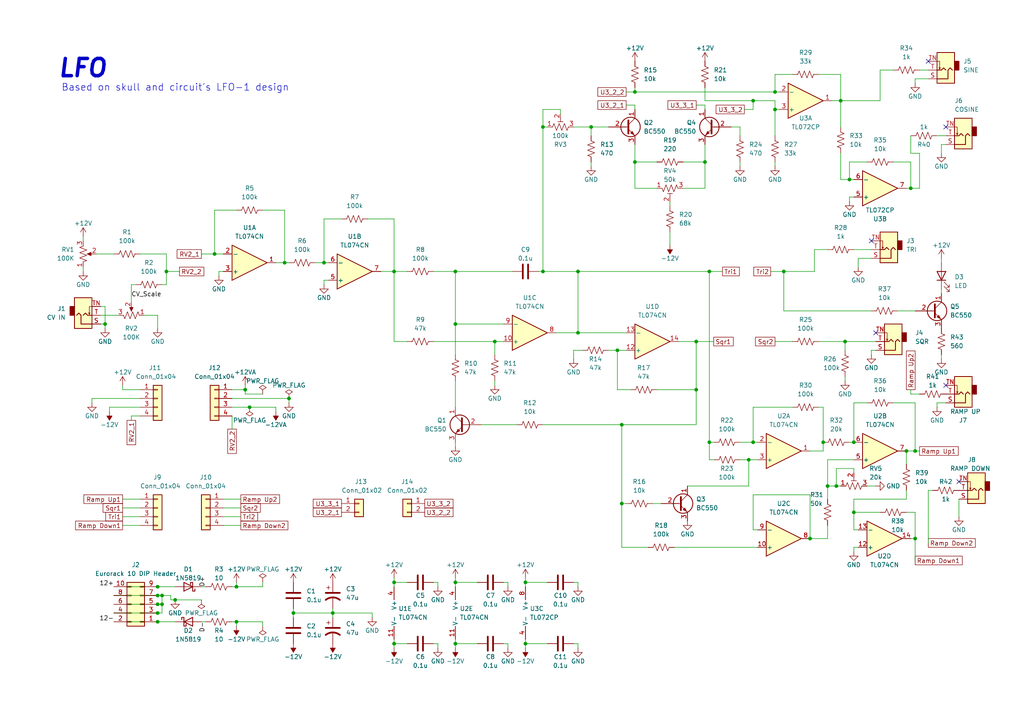
<source format=kicad_sch>
(kicad_sch (version 20211123) (generator eeschema)
  (paper "A4")
  (lib_symbols
    (symbol "Amplifier_Operational:LM324" (pin_names (offset 0.127))
      (property "Reference" "U" (at 0 5.08 0))
      (property "Value" "LM324" (at 0 -5.08 0))
      (symbol "LM324_1_1"
        (pin output line (at 7.62 0 180) (length 2.54) (name "~") (number "1"))
        (pin input line (at -7.62 -2.54 0) (length 2.54) (name "-") (number "2"))
        (pin input line (at -7.62 2.54 0) (length 2.54) (name "+") (number "3"))
      )
      (symbol "LM324_2_1"
        (pin input line (at -7.62 2.54 0) (length 2.54) (name "+") (number "5"))
        (pin input line (at -7.62 -2.54 0) (length 2.54) (name "-") (number "6"))
        (pin output line (at 7.62 0 180) (length 2.54) (name "~") (number "7"))
      )
      (symbol "LM324_3_1"
        (pin input line (at -7.62 2.54 0) (length 2.54) (name "+") (number "10"))
        (pin output line (at 7.62 0 180) (length 2.54) (name "~") (number "8"))
        (pin input line (at -7.62 -2.54 0) (length 2.54) (name "-") (number "9"))
      )
      (symbol "LM324_4_1"
        (pin input line (at -7.62 2.54 0) (length 2.54) (name "+") (number "12"))
        (pin input line (at -7.62 -2.54 0) (length 2.54) (name "-") (number "13"))
        (pin output line (at 7.62 0 180) (length 2.54) (name "~") (number "14"))
      )
      (symbol "LM324_5_1"
        (pin power_in line (at -2.54 -7.62 90) (length 3.81) (name "V-") (number "11"))
        (pin power_in line (at -2.54 7.62 270) (length 3.81) (name "V+") (number "4"))
      )
    )
    (symbol "Amplifier_Operational:LM358" (pin_names (offset 0.127))
      (property "Reference" "U" (at 0 5.08 0))
      (property "Value" "LM358" (at 0 -5.08 0))
      (symbol "LM358_1_1"
        (pin output line (at 7.62 0 180) (length 2.54) (name "~") (number "1"))
        (pin input line (at -7.62 -2.54 0) (length 2.54) (name "-") (number "2"))
        (pin input line (at -7.62 2.54 0) (length 2.54) (name "+") (number "3"))
      )
      (symbol "LM358_2_1"
        (pin input line (at -7.62 2.54 0) (length 2.54) (name "+") (number "5"))
        (pin input line (at -7.62 -2.54 0) (length 2.54) (name "-") (number "6"))
        (pin output line (at 7.62 0 180) (length 2.54) (name "~") (number "7"))
      )
      (symbol "LM358_3_1"
        (pin power_in line (at -2.54 -7.62 90) (length 3.81) (name "V-") (number "4"))
        (pin power_in line (at -2.54 7.62 270) (length 3.81) (name "V+") (number "8"))
      )
    )
    (symbol "Connector:AudioJack2_SwitchT"
      (property "Reference" "J" (at 0 8.89 0))
      (property "Value" "AudioJack2_SwitchT" (at 0 6.35 0))
      (symbol "AudioJack2_SwitchT_1_1"
        (pin passive line (at 5.08 2.54 180) (length 2.54) (name "~") (number "S"))
        (pin passive line (at 5.08 0 180) (length 2.54) (name "~") (number "T"))
        (pin passive line (at 5.08 -2.54 180) (length 2.54) (name "~") (number "TN"))
      )
    )
    (symbol "Connector_Generic:Conn_01x02" (pin_names (offset 1.016) hide)
      (property "Reference" "J" (at 0 2.54 0))
      (property "Value" "Conn_01x02" (at 0 -5.08 0))
      (symbol "Conn_01x02_1_1"
        (pin passive line (at -5.08 0 0) (length 3.81) (name "Pin_1") (number "1"))
        (pin passive line (at -5.08 -2.54 0) (length 3.81) (name "Pin_2") (number "2"))
      )
    )
    (symbol "Connector_Generic:Conn_01x04" (pin_names (offset 1.016) hide)
      (property "Reference" "J" (at 0 5.08 0))
      (property "Value" "Conn_01x04" (at 0 -7.62 0))
      (symbol "Conn_01x04_1_1"
        (pin passive line (at -5.08 2.54 0) (length 3.81) (name "Pin_1") (number "1"))
        (pin passive line (at -5.08 0 0) (length 3.81) (name "Pin_2") (number "2"))
        (pin passive line (at -5.08 -2.54 0) (length 3.81) (name "Pin_3") (number "3"))
        (pin passive line (at -5.08 -5.08 0) (length 3.81) (name "Pin_4") (number "4"))
      )
    )
    (symbol "Connector_Generic:Conn_02x05_Odd_Even" (pin_names (offset 1.016) hide)
      (property "Reference" "J" (at 1.27 7.62 0))
      (property "Value" "Conn_02x05_Odd_Even" (at 1.27 -7.62 0))
      (symbol "Conn_02x05_Odd_Even_1_1"
        (pin passive line (at -5.08 5.08 0) (length 3.81) (name "Pin_1") (number "1"))
        (pin passive line (at 7.62 -5.08 180) (length 3.81) (name "Pin_10") (number "10"))
        (pin passive line (at 7.62 5.08 180) (length 3.81) (name "Pin_2") (number "2"))
        (pin passive line (at -5.08 2.54 0) (length 3.81) (name "Pin_3") (number "3"))
        (pin passive line (at 7.62 2.54 180) (length 3.81) (name "Pin_4") (number "4"))
        (pin passive line (at -5.08 0 0) (length 3.81) (name "Pin_5") (number "5"))
        (pin passive line (at 7.62 0 180) (length 3.81) (name "Pin_6") (number "6"))
        (pin passive line (at -5.08 -2.54 0) (length 3.81) (name "Pin_7") (number "7"))
        (pin passive line (at 7.62 -2.54 180) (length 3.81) (name "Pin_8") (number "8"))
        (pin passive line (at -5.08 -5.08 0) (length 3.81) (name "Pin_9") (number "9"))
      )
    )
    (symbol "Device:C" (pin_numbers hide) (pin_names (offset 0.254))
      (property "Reference" "C" (at 0.635 2.54 0))
      (property "Value" "C" (at 0.635 -2.54 0))
      (symbol "C_1_1"
        (pin passive line (at 0 3.81 270) (length 2.794) (name "~") (number "1"))
        (pin passive line (at 0 -3.81 90) (length 2.794) (name "~") (number "2"))
      )
    )
    (symbol "Device:C_Polarized_US" (pin_numbers hide) (pin_names (offset 0.254) hide)
      (property "Reference" "C" (at 0.635 2.54 0))
      (property "Value" "C_Polarized_US" (at 0.635 -2.54 0))
      (symbol "C_Polarized_US_1_1"
        (pin passive line (at 0 3.81 270) (length 2.794) (name "~") (number "1"))
        (pin passive line (at 0 -3.81 90) (length 3.302) (name "~") (number "2"))
      )
    )
    (symbol "Device:LED" (pin_numbers hide) (pin_names (offset 1.016) hide)
      (property "Reference" "D" (at 0 2.54 0))
      (property "Value" "LED" (at 0 -2.54 0))
      (symbol "LED_1_1"
        (pin passive line (at -3.81 0 0) (length 2.54) (name "K") (number "1"))
        (pin passive line (at 3.81 0 180) (length 2.54) (name "A") (number "2"))
      )
    )
    (symbol "Device:R_Potentiometer_Trim_US" (pin_names (offset 1.016) hide)
      (property "Reference" "RV" (at -4.445 0 90))
      (property "Value" "R_Potentiometer_Trim_US" (at -2.54 0 90))
      (symbol "R_Potentiometer_Trim_US_1_1"
        (pin passive line (at 0 3.81 270) (length 1.27) (name "1") (number "1"))
        (pin passive line (at 3.81 0 180) (length 1.27) (name "2") (number "2"))
        (pin passive line (at 0 -3.81 90) (length 1.27) (name "3") (number "3"))
      )
    )
    (symbol "Device:R_Potentiometer_US" (pin_names (offset 1.016) hide)
      (property "Reference" "RV" (at -4.445 0 90))
      (property "Value" "R_Potentiometer_US" (at -2.54 0 90))
      (symbol "R_Potentiometer_US_1_1"
        (pin passive line (at 0 3.81 270) (length 1.27) (name "1") (number "1"))
        (pin passive line (at 3.81 0 180) (length 1.27) (name "2") (number "2"))
        (pin passive line (at 0 -3.81 90) (length 1.27) (name "3") (number "3"))
      )
    )
    (symbol "Device:R_US" (pin_numbers hide) (pin_names (offset 0))
      (property "Reference" "R" (at 2.54 0 90))
      (property "Value" "R_US" (at -2.54 0 90))
      (symbol "R_US_1_1"
        (pin passive line (at 0 3.81 270) (length 1.27) (name "~") (number "1"))
        (pin passive line (at 0 -3.81 90) (length 1.27) (name "~") (number "2"))
      )
    )
    (symbol "Diode:1N5819" (pin_numbers hide) (pin_names (offset 1.016) hide)
      (property "Reference" "D" (at 0 2.54 0))
      (property "Value" "1N5819" (at 0 -2.54 0))
      (symbol "1N5819_1_1"
        (pin passive line (at -3.81 0 0) (length 2.54) (name "K") (number "1"))
        (pin passive line (at 3.81 0 180) (length 2.54) (name "A") (number "2"))
      )
    )
    (symbol "Transistor_BJT:BC550" (pin_names (offset 0) hide)
      (property "Reference" "Q" (at 5.08 1.905 0))
      (property "Value" "BC550" (at 5.08 0 0))
      (symbol "BC550_1_1"
        (pin passive line (at 2.54 5.08 270) (length 2.54) (name "C") (number "1"))
        (pin input line (at -5.08 0 0) (length 5.08) (name "B") (number "2"))
        (pin passive line (at 2.54 -5.08 90) (length 2.54) (name "E") (number "3"))
      )
    )
    (symbol "power:+12V" (power) (pin_names (offset 0))
      (property "Value" "+12V" (at 0 3.556 0))
      (symbol "+12V_1_1"
        (pin power_in line (at 0 0 90) (length 0) hide (name "+12V") (number "1"))
      )
    )
    (symbol "power:+12VA" (power) (pin_names (offset 0))
      (property "Value" "+12VA" (at 0 3.556 0))
      (symbol "+12VA_1_1"
        (pin power_in line (at 0 0 90) (length 0) hide (name "+12VA") (number "1"))
      )
    )
    (symbol "power:-12V" (power) (pin_names (offset 0))
      (property "Value" "-12V" (at 0 3.81 0))
      (symbol "-12V_0_0"
        (pin power_in line (at 0 0 90) (length 0) hide (name "-12V") (number "1"))
      )
    )
    (symbol "power:-12VA" (power) (pin_names (offset 0))
      (property "Value" "-12VA" (at 0 3.556 0))
      (symbol "-12VA_0_0"
        (pin power_in line (at 0 0 90) (length 0) hide (name "-12VA") (number "1"))
      )
    )
    (symbol "power:GND" (power) (pin_names (offset 0))
      (property "Value" "GND" (at 0 -3.81 0))
      (symbol "GND_1_1"
        (pin power_in line (at 0 0 270) (length 0) hide (name "GND") (number "1"))
      )
    )
    (symbol "power:PWR_FLAG" (power) (pin_numbers hide) (pin_names (offset 0) hide)
      (property "Value" "PWR_FLAG" (at 0 3.81 0))
      (symbol "PWR_FLAG_0_0"
        (pin power_out line (at 0 0 90) (length 0) (name "pwr") (number "1"))
      )
    )
  )
  (junction (at 132.08 186.69))
  (junction (at 114.3 78.74))
  (junction (at 247.65 148.59))
  (junction (at 114.3 186.69))
  (junction (at 180.34 146.05))
  (junction (at 85.09 177.8))
  (junction (at 201.93 113.03))
  (junction (at 204.47 46.99))
  (junction (at 152.4 186.69))
  (junction (at 68.58 180.34))
  (junction (at 240.03 140.97))
  (junction (at 245.11 99.06))
  (junction (at 227.33 78.74))
  (junction (at 179.07 101.6))
  (junction (at 132.08 93.98))
  (junction (at 157.48 36.83))
  (junction (at 132.08 168.91))
  (junction (at 242.57 140.97))
  (junction (at 72.39 118.11))
  (junction (at 152.4 168.91))
  (junction (at 157.48 78.74))
  (junction (at 45.72 170.18))
  (junction (at 171.45 36.83))
  (junction (at 45.72 177.8))
  (junction (at 234.95 156.21))
  (junction (at 45.72 172.72))
  (junction (at 62.23 73.66))
  (junction (at 71.12 113.03))
  (junction (at 184.15 26.67))
  (junction (at 205.74 128.27))
  (junction (at 224.79 31.75))
  (junction (at 48.26 78.74))
  (junction (at 46.99 175.26))
  (junction (at 184.15 46.99))
  (junction (at 96.52 177.8))
  (junction (at 224.79 26.67))
  (junction (at 262.89 130.81))
  (junction (at 217.17 133.35))
  (junction (at 180.34 123.19))
  (junction (at 114.3 168.91))
  (junction (at 83.82 115.57))
  (junction (at 265.43 156.21))
  (junction (at 201.93 99.06))
  (junction (at 132.08 78.74))
  (junction (at 45.72 180.34))
  (junction (at 218.44 128.27))
  (junction (at 265.43 130.81))
  (junction (at 247.65 128.27))
  (junction (at 46.99 172.72))
  (junction (at 50.8 173.99))
  (junction (at 218.44 29.21))
  (junction (at 68.58 170.18))
  (junction (at 30.48 93.98))
  (junction (at 82.55 76.2))
  (junction (at 93.98 76.2))
  (junction (at 264.16 54.61))
  (junction (at 167.64 78.74))
  (junction (at 238.76 128.27))
  (junction (at 243.84 29.21))
  (junction (at 143.51 99.06))
  (junction (at 167.64 96.52))
  (junction (at 246.38 52.07))
  (junction (at 45.72 175.26))
  (junction (at 205.74 78.74))
  (no_connect (at 254 96.52))
  (no_connect (at 252.73 69.85))
  (no_connect (at 269.24 17.78))
  (no_connect (at 278.13 139.7))
  (no_connect (at 274.32 36.83))
  (no_connect (at 274.32 111.76))
  (wire (pts (xy 96.52 176.53) (xy 96.52 177.8)))
  (wire (pts (xy 264.16 113.03) (xy 264.16 114.3)))
  (wire (pts (xy 236.22 72.39) (xy 236.22 78.74)))
  (wire (pts (xy 246.38 128.27) (xy 247.65 128.27)))
  (wire (pts (xy 201.93 99.06) (xy 207.01 99.06)))
  (wire (pts (xy 184.15 41.91) (xy 184.15 46.99)))
  (wire (pts (xy 245.11 99.06) (xy 254 99.06)))
  (wire (pts (xy 224.79 31.75) (xy 226.06 31.75)))
  (wire (pts (xy 247.65 148.59) (xy 247.65 153.67)))
  (wire (pts (xy 45.72 95.25) (xy 45.72 91.44)))
  (wire (pts (xy 99.06 63.5) (xy 93.98 63.5)))
  (wire (pts (xy 67.31 120.65) (xy 67.31 124.46)))
  (wire (pts (xy 49.53 173.99) (xy 50.8 173.99)))
  (wire (pts (xy 125.73 99.06) (xy 143.51 99.06)))
  (wire (pts (xy 184.15 25.4) (xy 184.15 26.67)))
  (wire (pts (xy 143.51 99.06) (xy 146.05 99.06)))
  (wire (pts (xy 264.16 156.21) (xy 265.43 156.21)))
  (wire (pts (xy 247.65 133.35) (xy 240.03 133.35)))
  (wire (pts (xy 132.08 110.49) (xy 132.08 118.11)))
  (wire (pts (xy 132.08 128.27) (xy 132.08 129.54)))
  (wire (pts (xy 106.68 63.5) (xy 114.3 63.5)))
  (wire (pts (xy 67.31 115.57) (xy 83.82 115.57)))
  (wire (pts (xy 243.84 29.21) (xy 255.27 29.21)))
  (wire (pts (xy 251.46 116.84) (xy 247.65 116.84)))
  (wire (pts (xy 46.99 172.72) (xy 49.53 172.72)))
  (wire (pts (xy 262.89 142.24) (xy 262.89 144.78)))
  (wire (pts (xy 127 168.91) (xy 127 170.18)))
  (wire (pts (xy 171.45 46.99) (xy 171.45 48.26)))
  (wire (pts (xy 68.58 60.96) (xy 62.23 60.96)))
  (wire (pts (xy 157.48 78.74) (xy 167.64 78.74)))
  (wire (pts (xy 187.96 158.75) (xy 180.34 158.75)))
  (wire (pts (xy 269.24 22.86) (xy 265.43 22.86)))
  (wire (pts (xy 229.87 118.11) (xy 218.44 118.11)))
  (wire (pts (xy 48.26 78.74) (xy 48.26 73.66)))
  (wire (pts (xy 107.95 177.8) (xy 96.52 177.8)))
  (wire (pts (xy 237.49 21.59) (xy 243.84 21.59)))
  (wire (pts (xy 218.44 29.21) (xy 224.79 29.21)))
  (wire (pts (xy 259.08 116.84) (xy 265.43 116.84)))
  (wire (pts (xy 96.52 177.8) (xy 96.52 179.07)))
  (wire (pts (xy 240.03 140.97) (xy 242.57 140.97)))
  (wire (pts (xy 62.23 73.66) (xy 64.77 73.66)))
  (wire (pts (xy 143.51 99.06) (xy 143.51 102.87)))
  (wire (pts (xy 64.77 149.86) (xy 69.85 149.86)))
  (wire (pts (xy 26.67 115.57) (xy 26.67 116.84)))
  (wire (pts (xy 152.4 168.91) (xy 158.75 168.91)))
  (wire (pts (xy 24.13 68.58) (xy 24.13 69.85)))
  (wire (pts (xy 248.92 158.75) (xy 247.65 158.75)))
  (wire (pts (xy 27.94 73.66) (xy 33.02 73.66)))
  (wire (pts (xy 207.01 133.35) (xy 205.74 133.35)))
  (wire (pts (xy 227.33 78.74) (xy 236.22 78.74)))
  (wire (pts (xy 252.73 101.6) (xy 252.73 102.87)))
  (wire (pts (xy 265.43 116.84) (xy 265.43 130.81)))
  (wire (pts (xy 71.12 113.03) (xy 71.12 111.76)))
  (wire (pts (xy 118.11 99.06) (xy 114.3 99.06)))
  (wire (pts (xy 227.33 78.74) (xy 227.33 90.17)))
  (wire (pts (xy 157.48 31.75) (xy 157.48 36.83)))
  (wire (pts (xy 271.78 39.37) (xy 274.32 39.37)))
  (wire (pts (xy 264.16 46.99) (xy 259.08 46.99)))
  (wire (pts (xy 246.38 46.99) (xy 246.38 52.07)))
  (wire (pts (xy 214.63 133.35) (xy 217.17 133.35)))
  (wire (pts (xy 224.79 29.21) (xy 224.79 31.75)))
  (wire (pts (xy 49.53 172.72) (xy 49.53 173.99)))
  (wire (pts (xy 196.85 99.06) (xy 201.93 99.06)))
  (wire (pts (xy 166.37 168.91) (xy 167.64 168.91)))
  (wire (pts (xy 40.64 73.66) (xy 48.26 73.66)))
  (wire (pts (xy 201.93 99.06) (xy 201.93 113.03)))
  (wire (pts (xy 180.34 158.75) (xy 180.34 146.05)))
  (wire (pts (xy 162.56 31.75) (xy 157.48 31.75)))
  (wire (pts (xy 46.99 177.8) (xy 46.99 175.26)))
  (wire (pts (xy 262.89 54.61) (xy 264.16 54.61)))
  (wire (pts (xy 273.05 74.93) (xy 273.05 76.2)))
  (wire (pts (xy 190.5 113.03) (xy 201.93 113.03)))
  (wire (pts (xy 147.32 168.91) (xy 147.32 170.18)))
  (wire (pts (xy 31.75 118.11) (xy 31.75 119.38)))
  (wire (pts (xy 273.05 41.91) (xy 273.05 44.45)))
  (wire (pts (xy 240.03 140.97) (xy 240.03 144.78)))
  (wire (pts (xy 110.49 78.74) (xy 114.3 78.74)))
  (wire (pts (xy 45.72 170.18) (xy 50.8 170.18)))
  (wire (pts (xy 224.79 31.75) (xy 224.79 39.37)))
  (wire (pts (xy 58.42 180.34) (xy 59.69 180.34)))
  (wire (pts (xy 161.29 96.52) (xy 167.64 96.52)))
  (wire (pts (xy 33.02 175.26) (xy 45.72 175.26)))
  (wire (pts (xy 247.65 116.84) (xy 247.65 128.27)))
  (wire (pts (xy 152.4 167.64) (xy 152.4 168.91)))
  (wire (pts (xy 237.49 118.11) (xy 238.76 118.11)))
  (wire (pts (xy 243.84 21.59) (xy 243.84 29.21)))
  (wire (pts (xy 269.24 157.48) (xy 269.24 142.24)))
  (wire (pts (xy 80.01 118.11) (xy 80.01 119.38)))
  (wire (pts (xy 166.37 36.83) (xy 171.45 36.83)))
  (wire (pts (xy 168.91 101.6) (xy 166.37 101.6)))
  (wire (pts (xy 204.47 25.4) (xy 204.47 29.21)))
  (wire (pts (xy 64.77 144.78) (xy 69.85 144.78)))
  (wire (pts (xy 30.48 88.9) (xy 30.48 93.98)))
  (wire (pts (xy 248.92 153.67) (xy 247.65 153.67)))
  (wire (pts (xy 234.95 156.21) (xy 240.03 156.21)))
  (wire (pts (xy 132.08 78.74) (xy 132.08 93.98)))
  (wire (pts (xy 184.15 26.67) (xy 224.79 26.67)))
  (wire (pts (xy 278.13 144.78) (xy 278.13 149.86)))
  (wire (pts (xy 83.82 115.57) (xy 83.82 116.84)))
  (wire (pts (xy 107.95 179.07) (xy 107.95 177.8)))
  (wire (pts (xy 35.56 152.4) (xy 40.64 152.4)))
  (wire (pts (xy 198.12 46.99) (xy 204.47 46.99)))
  (wire (pts (xy 199.39 140.97) (xy 217.17 140.97)))
  (wire (pts (xy 33.02 170.18) (xy 45.72 170.18)))
  (wire (pts (xy 182.88 113.03) (xy 179.07 113.03)))
  (wire (pts (xy 264.16 54.61) (xy 264.16 46.99)))
  (wire (pts (xy 247.65 137.16) (xy 247.65 135.89)))
  (wire (pts (xy 201.93 113.03) (xy 201.93 123.19)))
  (wire (pts (xy 166.37 101.6) (xy 166.37 104.14)))
  (wire (pts (xy 218.44 128.27) (xy 219.71 128.27)))
  (wire (pts (xy 64.77 147.32) (xy 69.85 147.32)))
  (wire (pts (xy 266.7 20.32) (xy 269.24 20.32)))
  (wire (pts (xy 181.61 146.05) (xy 180.34 146.05)))
  (wire (pts (xy 45.72 175.26) (xy 46.99 175.26)))
  (wire (pts (xy 40.64 115.57) (xy 26.67 115.57)))
  (wire (pts (xy 35.56 113.03) (xy 35.56 111.76)))
  (wire (pts (xy 63.5 80.01) (xy 63.5 78.74)))
  (wire (pts (xy 46.99 175.26) (xy 46.99 172.72)))
  (wire (pts (xy 205.74 133.35) (xy 205.74 128.27)))
  (wire (pts (xy 71.12 114.3) (xy 71.12 113.03)))
  (wire (pts (xy 85.09 177.8) (xy 96.52 177.8)))
  (wire (pts (xy 252.73 90.17) (xy 227.33 90.17)))
  (wire (pts (xy 68.58 180.34) (xy 76.2 180.34)))
  (wire (pts (xy 262.89 144.78) (xy 247.65 144.78)))
  (wire (pts (xy 194.31 58.42) (xy 194.31 59.69)))
  (wire (pts (xy 224.79 46.99) (xy 224.79 48.26)))
  (wire (pts (xy 132.08 168.91) (xy 138.43 168.91)))
  (wire (pts (xy 184.15 46.99) (xy 184.15 54.61)))
  (wire (pts (xy 265.43 148.59) (xy 265.43 156.21)))
  (wire (pts (xy 114.3 167.64) (xy 114.3 168.91)))
  (wire (pts (xy 38.1 121.92) (xy 38.1 120.65)))
  (wire (pts (xy 58.42 170.18) (xy 59.69 170.18)))
  (wire (pts (xy 215.9 31.75) (xy 218.44 31.75)))
  (wire (pts (xy 132.08 167.64) (xy 132.08 168.91)))
  (wire (pts (xy 223.52 78.74) (xy 227.33 78.74)))
  (wire (pts (xy 67.31 170.18) (xy 68.58 170.18)))
  (wire (pts (xy 240.03 72.39) (xy 236.22 72.39)))
  (wire (pts (xy 139.7 123.19) (xy 149.86 123.19)))
  (wire (pts (xy 82.55 76.2) (xy 83.82 76.2)))
  (wire (pts (xy 243.84 52.07) (xy 243.84 44.45)))
  (wire (pts (xy 33.02 180.34) (xy 45.72 180.34)))
  (wire (pts (xy 262.89 130.81) (xy 262.89 134.62)))
  (wire (pts (xy 266.7 44.45) (xy 264.16 44.45)))
  (wire (pts (xy 67.31 118.11) (xy 72.39 118.11)))
  (wire (pts (xy 45.72 172.72) (xy 46.99 172.72)))
  (wire (pts (xy 76.2 180.34) (xy 76.2 181.61)))
  (wire (pts (xy 171.45 36.83) (xy 171.45 39.37)))
  (wire (pts (xy 204.47 29.21) (xy 218.44 29.21)))
  (wire (pts (xy 167.64 78.74) (xy 167.64 96.52)))
  (wire (pts (xy 29.21 91.44) (xy 34.29 91.44)))
  (wire (pts (xy 171.45 36.83) (xy 176.53 36.83)))
  (wire (pts (xy 132.08 186.69) (xy 138.43 186.69)))
  (wire (pts (xy 194.31 67.31) (xy 194.31 71.12)))
  (wire (pts (xy 207.01 128.27) (xy 205.74 128.27)))
  (wire (pts (xy 204.47 46.99) (xy 204.47 41.91)))
  (wire (pts (xy 35.56 144.78) (xy 40.64 144.78)))
  (wire (pts (xy 40.64 113.03) (xy 35.56 113.03)))
  (wire (pts (xy 224.79 26.67) (xy 226.06 26.67)))
  (wire (pts (xy 214.63 46.99) (xy 214.63 48.26)))
  (wire (pts (xy 93.98 76.2) (xy 95.25 76.2)))
  (wire (pts (xy 252.73 74.93) (xy 248.92 74.93)))
  (wire (pts (xy 114.3 185.42) (xy 114.3 186.69)))
  (wire (pts (xy 243.84 52.07) (xy 246.38 52.07)))
  (wire (pts (xy 273.05 83.82) (xy 273.05 85.09)))
  (wire (pts (xy 114.3 186.69) (xy 118.11 186.69)))
  (wire (pts (xy 125.73 78.74) (xy 132.08 78.74)))
  (wire (pts (xy 255.27 20.32) (xy 259.08 20.32)))
  (wire (pts (xy 201.93 123.19) (xy 180.34 123.19)))
  (wire (pts (xy 204.47 54.61) (xy 204.47 46.99)))
  (wire (pts (xy 189.23 146.05) (xy 191.77 146.05)))
  (wire (pts (xy 251.46 46.99) (xy 246.38 46.99)))
  (wire (pts (xy 176.53 101.6) (xy 179.07 101.6)))
  (wire (pts (xy 265.43 130.81) (xy 266.7 130.81)))
  (wire (pts (xy 265.43 156.21) (xy 265.43 162.56)))
  (wire (pts (xy 64.77 152.4) (xy 69.85 152.4)))
  (wire (pts (xy 152.4 168.91) (xy 152.4 170.18)))
  (wire (pts (xy 45.72 91.44) (xy 41.91 91.44)))
  (wire (pts (xy 29.21 93.98) (xy 30.48 93.98)))
  (wire (pts (xy 217.17 140.97) (xy 217.17 133.35)))
  (wire (pts (xy 114.3 186.69) (xy 114.3 187.96)))
  (wire (pts (xy 247.65 135.89) (xy 242.57 135.89)))
  (wire (pts (xy 127 186.69) (xy 127 187.96)))
  (wire (pts (xy 91.44 76.2) (xy 93.98 76.2)))
  (wire (pts (xy 264.16 54.61) (xy 266.7 54.61)))
  (wire (pts (xy 265.43 130.81) (xy 262.89 130.81)))
  (wire (pts (xy 132.08 78.74) (xy 148.59 78.74)))
  (wire (pts (xy 245.11 109.22) (xy 245.11 110.49)))
  (wire (pts (xy 166.37 186.69) (xy 167.64 186.69)))
  (wire (pts (xy 269.24 142.24) (xy 270.51 142.24)))
  (wire (pts (xy 72.39 118.11) (xy 80.01 118.11)))
  (wire (pts (xy 114.3 63.5) (xy 114.3 78.74)))
  (wire (pts (xy 63.5 78.74) (xy 64.77 78.74)))
  (wire (pts (xy 62.23 60.96) (xy 62.23 73.66)))
  (wire (pts (xy 33.02 177.8) (xy 45.72 177.8)))
  (wire (pts (xy 29.21 88.9) (xy 30.48 88.9)))
  (wire (pts (xy 247.65 52.07) (xy 246.38 52.07)))
  (wire (pts (xy 240.03 152.4) (xy 240.03 156.21)))
  (wire (pts (xy 212.09 36.83) (xy 214.63 36.83)))
  (wire (pts (xy 38.1 87.63) (xy 38.1 82.55)))
  (wire (pts (xy 245.11 99.06) (xy 245.11 101.6)))
  (wire (pts (xy 247.65 158.75) (xy 247.65 160.02)))
  (wire (pts (xy 243.84 29.21) (xy 243.84 36.83)))
  (wire (pts (xy 224.79 21.59) (xy 224.79 26.67)))
  (wire (pts (xy 35.56 149.86) (xy 40.64 149.86)))
  (wire (pts (xy 205.74 128.27) (xy 205.74 78.74)))
  (wire (pts (xy 242.57 135.89) (xy 242.57 140.97)))
  (wire (pts (xy 218.44 29.21) (xy 218.44 31.75)))
  (wire (pts (xy 274.32 116.84) (xy 271.78 116.84)))
  (wire (pts (xy 247.65 144.78) (xy 247.65 148.59)))
  (wire (pts (xy 180.34 123.19) (xy 157.48 123.19)))
  (wire (pts (xy 156.21 78.74) (xy 157.48 78.74)))
  (wire (pts (xy 38.1 82.55) (xy 39.37 82.55)))
  (wire (pts (xy 24.13 77.47) (xy 24.13 78.74)))
  (wire (pts (xy 68.58 170.18) (xy 76.2 170.18)))
  (wire (pts (xy 48.26 82.55) (xy 48.26 78.74)))
  (wire (pts (xy 132.08 168.91) (xy 132.08 170.18)))
  (wire (pts (xy 80.01 76.2) (xy 82.55 76.2)))
  (wire (pts (xy 179.07 101.6) (xy 181.61 101.6)))
  (wire (pts (xy 143.51 110.49) (xy 143.51 111.76)))
  (wire (pts (xy 218.44 118.11) (xy 218.44 128.27)))
  (wire (pts (xy 247.65 148.59) (xy 255.27 148.59)))
  (wire (pts (xy 229.87 99.06) (xy 224.79 99.06)))
  (wire (pts (xy 167.64 186.69) (xy 167.64 187.96)))
  (wire (pts (xy 238.76 128.27) (xy 238.76 130.81)))
  (wire (pts (xy 30.48 93.98) (xy 30.48 95.25)))
  (wire (pts (xy 264.16 39.37) (xy 264.16 44.45)))
  (wire (pts (xy 114.3 78.74) (xy 114.3 99.06)))
  (wire (pts (xy 162.56 33.02) (xy 162.56 31.75)))
  (wire (pts (xy 146.05 93.98) (xy 132.08 93.98)))
  (wire (pts (xy 251.46 140.97) (xy 254 140.97)))
  (wire (pts (xy 248.92 74.93) (xy 248.92 77.47)))
  (wire (pts (xy 114.3 168.91) (xy 114.3 170.18)))
  (wire (pts (xy 240.03 133.35) (xy 240.03 140.97)))
  (wire (pts (xy 234.95 143.51) (xy 234.95 156.21)))
  (wire (pts (xy 201.93 30.48) (xy 204.47 30.48)))
  (wire (pts (xy 241.3 29.21) (xy 243.84 29.21)))
  (wire (pts (xy 265.43 22.86) (xy 265.43 24.13)))
  (wire (pts (xy 167.64 96.52) (xy 181.61 96.52)))
  (wire (pts (xy 152.4 186.69) (xy 158.75 186.69)))
  (wire (pts (xy 260.35 90.17) (xy 265.43 90.17)))
  (wire (pts (xy 266.7 54.61) (xy 266.7 44.45)))
  (wire (pts (xy 114.3 78.74) (xy 118.11 78.74)))
  (wire (pts (xy 157.48 36.83) (xy 157.48 78.74)))
  (wire (pts (xy 205.74 78.74) (xy 209.55 78.74)))
  (wire (pts (xy 247.65 72.39) (xy 252.73 72.39)))
  (wire (pts (xy 45.72 177.8) (xy 46.99 177.8)))
  (wire (pts (xy 95.25 81.28) (xy 93.98 81.28)))
  (wire (pts (xy 132.08 93.98) (xy 132.08 102.87)))
  (wire (pts (xy 40.64 118.11) (xy 31.75 118.11)))
  (wire (pts (xy 35.56 147.32) (xy 40.64 147.32)))
  (wire (pts (xy 50.8 173.99) (xy 58.42 173.99)))
  (wire (pts (xy 85.09 177.8) (xy 85.09 179.07)))
  (wire (pts (xy 114.3 168.91) (xy 118.11 168.91)))
  (wire (pts (xy 93.98 81.28) (xy 93.98 82.55)))
  (wire (pts (xy 76.2 114.3) (xy 71.12 114.3)))
  (wire (pts (xy 132.08 185.42) (xy 132.08 186.69)))
  (wire (pts (xy 255.27 29.21) (xy 255.27 20.32)))
  (wire (pts (xy 238.76 118.11) (xy 238.76 128.27)))
  (wire (pts (xy 167.64 168.91) (xy 167.64 170.18)))
  (wire (pts (xy 204.47 30.48) (xy 204.47 31.75)))
  (wire (pts (xy 76.2 60.96) (xy 82.55 60.96)))
  (wire (pts (xy 184.15 54.61) (xy 190.5 54.61)))
  (wire (pts (xy 217.17 133.35) (xy 219.71 133.35)))
  (wire (pts (xy 76.2 168.91) (xy 76.2 170.18)))
  (wire (pts (xy 181.61 30.48) (xy 184.15 30.48)))
  (wire (pts (xy 184.15 46.99) (xy 190.5 46.99)))
  (wire (pts (xy 93.98 63.5) (xy 93.98 76.2)))
  (wire (pts (xy 181.61 26.67) (xy 184.15 26.67)))
  (wire (pts (xy 125.73 186.69) (xy 127 186.69)))
  (wire (pts (xy 67.31 113.03) (xy 71.12 113.03)))
  (wire (pts (xy 229.87 21.59) (xy 224.79 21.59)))
  (wire (pts (xy 218.44 153.67) (xy 218.44 143.51)))
  (wire (pts (xy 48.26 78.74) (xy 52.07 78.74)))
  (wire (pts (xy 167.64 78.74) (xy 205.74 78.74)))
  (wire (pts (xy 214.63 128.27) (xy 218.44 128.27)))
  (wire (pts (xy 146.05 168.91) (xy 147.32 168.91)))
  (wire (pts (xy 214.63 36.83) (xy 214.63 39.37)))
  (wire (pts (xy 179.07 113.03) (xy 179.07 101.6)))
  (wire (pts (xy 158.75 36.83) (xy 157.48 36.83)))
  (wire (pts (xy 46.99 82.55) (xy 48.26 82.55)))
  (wire (pts (xy 152.4 185.42) (xy 152.4 186.69)))
  (wire (pts (xy 198.12 54.61) (xy 204.47 54.61)))
  (wire (pts (xy 67.31 180.34) (xy 68.58 180.34)))
  (wire (pts (xy 68.58 168.91) (xy 68.58 170.18)))
  (wire (pts (xy 132.08 186.69) (xy 132.08 187.96)))
  (wire (pts (xy 219.71 153.67) (xy 218.44 153.67)))
  (wire (pts (xy 237.49 99.06) (xy 245.11 99.06)))
  (wire (pts (xy 238.76 130.81) (xy 234.95 130.81)))
  (wire (pts (xy 254 101.6) (xy 252.73 101.6)))
  (wire (pts (xy 271.78 116.84) (xy 271.78 118.11)))
  (wire (pts (xy 125.73 168.91) (xy 127 168.91)))
  (wire (pts (xy 45.72 180.34) (xy 50.8 180.34)))
  (wire (pts (xy 184.15 30.48) (xy 184.15 31.75)))
  (wire (pts (xy 180.34 123.19) (xy 180.34 146.05)))
  (wire (pts (xy 242.57 140.97) (xy 243.84 140.97)))
  (wire (pts (xy 273.05 102.87) (xy 273.05 104.14)))
  (wire (pts (xy 146.05 186.69) (xy 147.32 186.69)))
  (wire (pts (xy 82.55 60.96) (xy 82.55 76.2)))
  (wire (pts (xy 147.32 186.69) (xy 147.32 187.96)))
  (wire (pts (xy 246.38 57.15) (xy 246.38 58.42)))
  (wire (pts (xy 58.42 73.66) (xy 62.23 73.66)))
  (wire (pts (xy 247.65 57.15) (xy 246.38 57.15)))
  (wire (pts (xy 33.02 172.72) (xy 45.72 172.72)))
  (wire (pts (xy 262.89 148.59) (xy 265.43 148.59)))
  (wire (pts (xy 218.44 143.51) (xy 234.95 143.51)))
  (wire (pts (xy 38.1 120.65) (xy 40.64 120.65)))
  (wire (pts (xy 264.16 114.3) (xy 266.7 114.3)))
  (wire (pts (xy 274.32 41.91) (xy 273.05 41.91)))
  (wire (pts (xy 152.4 186.69) (xy 152.4 187.96)))
  (wire (pts (xy 195.58 158.75) (xy 219.71 158.75)))
  (wire (pts (xy 85.09 176.53) (xy 85.09 177.8)))
  (wire (pts (xy 68.58 180.34) (xy 68.58 181.61)))
  (text "LFO" (at 16.51 22.86 0) (effects (font (size 5 5) (thickness 1) bold italic) (justify left bottom)))
  (text "Based on skull and circuit's LFO-1 design\n" (at 17.78 26.67 0) (effects (font (size 2 2)) (justify left bottom)))
  (label "D+" (at 59.69 170.18 90))
  (label "12+" (at 33.02 170.18 180))
  (label "12-" (at 33.02 180.34 180))
  (label "D-" (at 59.69 180.34 270))
  (label "CV_Scale" (at 38.1 86.36 0))
  (global_label "U3_2_2" (shape passive) (at 123.19 148.59 0) (property "Intersheet References" "${INTERSHEET_REFS}" (effects hide)))
  (global_label "U3_3_2" (shape passive) (at 123.19 146.05 0) (property "Intersheet References" "${INTERSHEET_REFS}" (effects hide)))
  (global_label "U3_3_2" (shape passive) (at 215.9 31.75 180) (property "Intersheet References" "${INTERSHEET_REFS}" (effects hide)))
  (global_label "Sqr2" (shape passive) (at 224.79 99.06 180) (property "Intersheet References" "${INTERSHEET_REFS}" (effects hide)))
  (global_label "RV2_2" (shape passive) (at 67.31 124.46 270) (property "Intersheet References" "${INTERSHEET_REFS}" (effects hide)))
  (global_label "Tri1" (shape passive) (at 35.56 149.86 180) (property "Intersheet References" "${INTERSHEET_REFS}" (effects hide)))
  (global_label "Ramp Up1" (shape passive) (at 266.7 130.81 0) (property "Intersheet References" "${INTERSHEET_REFS}" (effects hide)))
  (global_label "Sqr1" (shape passive) (at 35.56 147.32 180) (property "Intersheet References" "${INTERSHEET_REFS}" (effects hide)))
  (global_label "U3_2_1" (shape passive) (at 181.61 30.48 180) (property "Intersheet References" "${INTERSHEET_REFS}" (effects hide)))
  (global_label "Tri2" (shape passive) (at 69.85 149.86 0) (property "Intersheet References" "${INTERSHEET_REFS}" (effects hide)))
  (global_label "Sqr2" (shape passive) (at 69.85 147.32 0) (property "Intersheet References" "${INTERSHEET_REFS}" (effects hide)))
  (global_label "Ramp Up2" (shape passive) (at 264.16 113.03 90) (property "Intersheet References" "${INTERSHEET_REFS}" (effects hide)))
  (global_label "Sqr1" (shape passive) (at 207.01 99.06 0) (property "Intersheet References" "${INTERSHEET_REFS}" (effects hide)))
  (global_label "U3_3_1" (shape passive) (at 201.93 30.48 180) (property "Intersheet References" "${INTERSHEET_REFS}" (effects hide)))
  (global_label "U3_2_2" (shape passive) (at 181.61 26.67 180) (property "Intersheet References" "${INTERSHEET_REFS}" (effects hide)))
  (global_label "Tri1" (shape passive) (at 209.55 78.74 0) (property "Intersheet References" "${INTERSHEET_REFS}" (effects hide)))
  (global_label "RV2_1" (shape passive) (at 58.42 73.66 180) (property "Intersheet References" "${INTERSHEET_REFS}" (effects hide)))
  (global_label "Ramp Up2" (shape passive) (at 69.85 144.78 0) (property "Intersheet References" "${INTERSHEET_REFS}" (effects hide)))
  (global_label "Tri2" (shape passive) (at 223.52 78.74 180) (property "Intersheet References" "${INTERSHEET_REFS}" (effects hide)))
  (global_label "Ramp Down2" (shape passive) (at 69.85 152.4 0) (property "Intersheet References" "${INTERSHEET_REFS}" (effects hide)))
  (global_label "Ramp Up1" (shape passive) (at 35.56 144.78 180) (property "Intersheet References" "${INTERSHEET_REFS}" (effects hide)))
  (global_label "U3_3_1" (shape passive) (at 99.06 146.05 180) (property "Intersheet References" "${INTERSHEET_REFS}" (effects hide)))
  (global_label "RV2_1" (shape passive) (at 38.1 121.92 270) (property "Intersheet References" "${INTERSHEET_REFS}" (effects hide)))
  (global_label "RV2_2" (shape passive) (at 52.07 78.74 0) (property "Intersheet References" "${INTERSHEET_REFS}" (effects hide)))
  (global_label "Ramp Down1" (shape passive) (at 265.43 162.56 0) (property "Intersheet References" "${INTERSHEET_REFS}" (effects hide)))
  (global_label "U3_2_1" (shape passive) (at 99.06 148.59 180) (property "Intersheet References" "${INTERSHEET_REFS}" (effects hide)))
  (global_label "Ramp Down1" (shape passive) (at 35.56 152.4 180) (property "Intersheet References" "${INTERSHEET_REFS}" (effects hide)))
  (global_label "Ramp Down2" (shape passive) (at 269.24 157.48 0) (property "Intersheet References" "${INTERSHEET_REFS}" (effects hide)))
  (symbol (lib_id "Amplifier_Operational:LM324") (at 102.87 78.74 0) (mirror x) (unit 2)
    (property "Reference" "U1" (at 102.87 68.58 0))
    (property "Value" "TL074CN" (at 102.87 71.12 0))
    (property "Footprint" "TL074CN:DIP794W45P254L1969H508Q14" (effects hide))
  )
  (symbol (lib_id "Device:R_US") (at 153.67 123.19 270) (unit 1)
    (property "Reference" "R12" (at 153.67 116.84 90))
    (property "Value" "10k" (at 153.67 119.38 90))
    (property "Footprint" "Resistor_THT:R_Axial_DIN0207_L6.3mm_D2.5mm_P7.62mm_Horizontal" (effects hide))
  )
  (symbol (lib_id "Device:R_US") (at 185.42 146.05 270) (unit 1)
    (property "Reference" "R16" (at 185.42 139.7 90))
    (property "Value" "10k" (at 185.42 142.24 90))
    (property "Footprint" "Resistor_THT:R_Axial_DIN0207_L6.3mm_D2.5mm_P7.62mm_Horizontal" (effects hide))
  )
  (symbol (lib_id "power:GND") (at 93.98 82.55 0) (unit 1)
    (property "Reference" "#PWR011" (effects hide))
    (property "Value" "GND" (at 93.98 86.36 0))
  )
  (symbol (lib_id "power:-12V") (at 114.3 187.96 180) (unit 1)
    (property "Reference" "#PWR016" (effects hide))
    (property "Value" "-12V" (at 114.3 191.77 0))
  )
  (symbol (lib_id "power:PWR_FLAG") (at 83.82 115.57 0) (unit 1)
    (property "Reference" "#FLG0103" (effects hide))
    (property "Value" "PWR_FLAG" (at 83.82 111.76 0))
  )
  (symbol (lib_id "Device:R_US") (at 191.77 158.75 270) (unit 1)
    (property "Reference" "R18" (at 191.77 152.4 90))
    (property "Value" "100k" (at 191.77 154.94 90))
    (property "Footprint" "Resistor_THT:R_Axial_DIN0207_L6.3mm_D2.5mm_P7.62mm_Horizontal" (effects hide))
  )
  (symbol (lib_id "power:+12V") (at 35.56 111.76 0) (unit 1)
    (property "Reference" "#PWR0106" (effects hide))
    (property "Value" "+12V" (at 35.56 107.95 0))
  )
  (symbol (lib_id "Device:R_US") (at 233.68 21.59 90) (unit 1)
    (property "Reference" "R29" (at 233.68 15.24 90))
    (property "Value" "33k" (at 233.68 17.78 90))
    (property "Footprint" "Resistor_THT:R_Axial_DIN0207_L6.3mm_D2.5mm_P7.62mm_Horizontal" (effects hide))
  )
  (symbol (lib_id "power:GND") (at 50.8 173.99 0) (unit 1)
    (property "Reference" "#PWR05" (effects hide))
    (property "Value" "GND" (at 50.8 177.8 0))
  )
  (symbol (lib_id "Device:R_US") (at 210.82 133.35 270) (unit 1)
    (property "Reference" "R23" (at 210.82 135.89 90))
    (property "Value" "100k" (at 210.82 138.43 90))
    (property "Footprint" "Resistor_THT:R_Axial_DIN0207_L6.3mm_D2.5mm_P7.62mm_Horizontal" (effects hide))
  )
  (symbol (lib_id "power:GND") (at 214.63 48.26 0) (unit 1)
    (property "Reference" "#PWR035" (effects hide))
    (property "Value" "GND" (at 214.63 52.07 0))
  )
  (symbol (lib_id "Device:C_Polarized_US") (at 96.52 182.88 0) (unit 1)
    (property "Reference" "C4" (at 100.33 180.9749 0) (effects (justify left)))
    (property "Value" "47u" (at 100.33 183.5149 0) (effects (justify left)))
    (property "Footprint" "Capacitor_THT:CP_Radial_D4.0mm_P2.00mm" (effects hide))
  )
  (symbol (lib_id "power:GND") (at 45.72 95.25 0) (unit 1)
    (property "Reference" "#PWR04" (effects hide))
    (property "Value" "GND" (at 45.72 99.06 0))
  )
  (symbol (lib_id "power:+12V") (at 152.4 167.64 0) (unit 1)
    (property "Reference" "#PWR025" (effects hide))
    (property "Value" "+12V" (at 152.4 163.83 0))
  )
  (symbol (lib_id "power:GND") (at 254 140.97 90) (unit 1)
    (property "Reference" "#PWR042" (effects hide))
    (property "Value" "GND" (at 259.08 140.97 90))
  )
  (symbol (lib_id "power:-12V") (at 194.31 71.12 180) (unit 1)
    (property "Reference" "#PWR0107" (effects hide))
    (property "Value" "-12V" (at 194.31 74.93 0))
  )
  (symbol (lib_id "Device:R_US") (at 267.97 39.37 270) (unit 1)
    (property "Reference" "R40" (at 267.97 41.91 90))
    (property "Value" "1k" (at 267.97 36.83 90))
    (property "Footprint" "Resistor_THT:R_Axial_DIN0207_L6.3mm_D2.5mm_P7.62mm_Horizontal" (effects hide))
  )
  (symbol (lib_id "Connector_Generic:Conn_01x04") (at 45.72 147.32 0) (unit 1)
    (property "Reference" "J9" (at 44.45 138.43 0) (effects (justify left)))
    (property "Value" "Conn_01x04" (at 40.64 140.97 0) (effects (justify left)))
    (property "Footprint" "Connector_PinHeader_2.54mm:PinHeader_1x04_P2.54mm_Vertical" (effects hide))
  )
  (symbol (lib_id "Connector_Generic:Conn_01x04") (at 45.72 115.57 0) (unit 1)
    (property "Reference" "J11" (at 43.18 106.68 0) (effects (justify left)))
    (property "Value" "Conn_01x04" (at 39.37 109.22 0) (effects (justify left)))
    (property "Footprint" "Connector_PinHeader_2.54mm:PinHeader_1x04_P2.54mm_Vertical" (effects hide))
  )
  (symbol (lib_id "power:-12V") (at 132.08 187.96 180) (unit 1)
    (property "Reference" "#PWR021" (effects hide))
    (property "Value" "-12V" (at 132.08 191.77 0))
  )
  (symbol (lib_id "Amplifier_Operational:LM324") (at 227.33 156.21 0) (mirror x) (unit 3)
    (property "Reference" "U2" (at 227.33 146.05 0))
    (property "Value" "TL074CN" (at 227.33 148.59 0))
    (property "Footprint" "TL074CN:DIP794W45P254L1969H508Q14" (effects hide))
  )
  (symbol (lib_id "Connector:AudioJack2_SwitchT") (at 274.32 20.32 180) (unit 1)
    (property "Reference" "J5" (at 279.4 17.78 0) (effects (justify right)))
    (property "Value" "SINE" (at 279.4 20.32 0) (effects (justify right)))
    (property "Footprint" "Connector_Audio:Jack_3.5mm_QingPu_WQP-PJ398SM_Vertical_CircularHoles" (effects hide))
  )
  (symbol (lib_id "Device:R_US") (at 243.84 72.39 270) (unit 1)
    (property "Reference" "R28" (at 243.84 66.04 90))
    (property "Value" "1k" (at 243.84 68.58 90))
    (property "Footprint" "Resistor_THT:R_Axial_DIN0207_L6.3mm_D2.5mm_P7.62mm_Horizontal" (effects hide))
  )
  (symbol (lib_id "Transistor_BJT:BC550") (at 196.85 146.05 0) (unit 1)
    (property "Reference" "Q3" (at 201.9026 144.7799 0) (effects (justify left)))
    (property "Value" "BC550" (at 201.9026 147.3199 0) (effects (justify left)))
    (property "Footprint" "Package_TO_SOT_THT:TO-92_Inline_Wide" (effects hide))
    (property "Datasheet" "https://www.onsemi.com/pub/Collateral/BC550-D.pdf" (effects hide))
  )
  (symbol (lib_id "power:-12V") (at 152.4 187.96 180) (unit 1)
    (property "Reference" "#PWR026" (effects hide))
    (property "Value" "-12V" (at 152.4 191.77 0))
  )
  (symbol (lib_id "power:GND") (at 83.82 116.84 0) (unit 1)
    (property "Reference" "#PWR0105" (effects hide))
    (property "Value" "GND" (at 83.82 120.65 0))
  )
  (symbol (lib_id "Device:C") (at 152.4 78.74 90) (unit 1)
    (property "Reference" "C9" (at 152.4 72.39 90))
    (property "Value" "0.1u" (at 152.4 74.93 90))
    (property "Footprint" "Capacitor_THT:C_Disc_D4.7mm_W2.5mm_P5.00mm" (effects hide))
  )
  (symbol (lib_id "Device:R_US") (at 255.27 46.99 90) (unit 1)
    (property "Reference" "R35" (at 255.27 40.64 90))
    (property "Value" "10k" (at 255.27 43.18 90))
    (property "Footprint" "Resistor_THT:R_Axial_DIN0207_L6.3mm_D2.5mm_P7.62mm_Horizontal" (effects hide))
  )
  (symbol (lib_id "Connector:AudioJack2_SwitchT") (at 257.81 72.39 180) (unit 1)
    (property "Reference" "J3" (at 262.89 69.85 0) (effects (justify right)))
    (property "Value" "TRI" (at 262.89 72.39 0) (effects (justify right)))
    (property "Footprint" "Connector_Audio:Jack_3.5mm_QingPu_WQP-PJ398SM_Vertical_CircularHoles" (effects hide))
  )
  (symbol (lib_id "Device:R_US") (at 36.83 73.66 90) (unit 1)
    (property "Reference" "R1" (at 36.83 67.31 90))
    (property "Value" "100k" (at 36.83 69.85 90))
    (property "Footprint" "Resistor_THT:R_Axial_DIN0207_L6.3mm_D2.5mm_P7.62mm_Horizontal" (effects hide))
  )
  (symbol (lib_id "Device:R_US") (at 172.72 101.6 90) (unit 1)
    (property "Reference" "R14" (at 172.72 104.14 90))
    (property "Value" "47k" (at 172.72 106.68 90))
    (property "Footprint" "Resistor_THT:R_Axial_DIN0207_L6.3mm_D2.5mm_P7.62mm_Horizontal" (effects hide))
  )
  (symbol (lib_id "Device:R_US") (at 63.5 170.18 270) (unit 1)
    (property "Reference" "R3" (at 63.5 165.1 90))
    (property "Value" "10" (at 63.5 167.64 90))
    (property "Footprint" "Resistor_THT:R_Axial_DIN0207_L6.3mm_D2.5mm_P7.62mm_Horizontal" (effects hide))
  )
  (symbol (lib_id "Connector_Generic:Conn_01x04") (at 62.23 115.57 0) (mirror y) (unit 1)
    (property "Reference" "J12" (at 62.23 106.68 0))
    (property "Value" "Conn_01x04" (at 62.23 109.22 0))
    (property "Footprint" "Connector_PinHeader_2.54mm:PinHeader_1x04_P2.54mm_Vertical" (effects hide))
  )
  (symbol (lib_id "power:GND") (at 167.64 170.18 0) (unit 1)
    (property "Reference" "#PWR028" (effects hide))
    (property "Value" "GND" (at 167.64 173.99 0))
  )
  (symbol (lib_id "power:GND") (at 63.5 80.01 0) (unit 1)
    (property "Reference" "#PWR06" (effects hide))
    (property "Value" "GND" (at 63.5 83.82 0))
  )
  (symbol (lib_id "power:-12V") (at 85.09 186.69 180) (unit 1)
    (property "Reference" "#PWR010" (effects hide))
    (property "Value" "-12V" (at 85.09 190.5 0))
  )
  (symbol (lib_id "power:+12V") (at 96.52 168.91 0) (unit 1)
    (property "Reference" "#PWR012" (effects hide))
    (property "Value" "+12V" (at 96.52 165.1 0))
  )
  (symbol (lib_id "Device:R_US") (at 43.18 82.55 90) (unit 1)
    (property "Reference" "R2" (at 43.18 76.2 90))
    (property "Value" "100k" (at 43.18 78.74 90))
    (property "Footprint" "Resistor_THT:R_Axial_DIN0207_L6.3mm_D2.5mm_P7.62mm_Horizontal" (effects hide))
  )
  (symbol (lib_id "Device:C") (at 142.24 186.69 90) (unit 1)
    (property "Reference" "C8" (at 142.24 190.5 90))
    (property "Value" "0.1u" (at 142.24 193.04 90))
    (property "Footprint" "Capacitor_THT:C_Disc_D4.7mm_W2.5mm_P5.00mm" (effects hide))
  )
  (symbol (lib_id "power:PWR_FLAG") (at 58.42 173.99 180) (unit 1)
    (property "Reference" "#FLG01" (effects hide))
    (property "Value" "PWR_FLAG" (at 58.42 177.8 0))
  )
  (symbol (lib_id "Device:C") (at 85.09 182.88 180) (unit 1)
    (property "Reference" "C2" (at 88.9 181.6099 0) (effects (justify right)))
    (property "Value" "0.1u" (at 88.9 184.1499 0) (effects (justify right)))
    (property "Footprint" "Capacitor_THT:C_Disc_D4.7mm_W2.5mm_P5.00mm" (effects hide))
  )
  (symbol (lib_id "Connector_Generic:Conn_01x04") (at 59.69 147.32 0) (mirror y) (unit 1)
    (property "Reference" "J10" (at 59.69 138.43 0))
    (property "Value" "Conn_01x04" (at 59.69 140.97 0))
    (property "Footprint" "Connector_PinHeader_2.54mm:PinHeader_1x04_P2.54mm_Vertical" (effects hide))
  )
  (symbol (lib_id "Amplifier_Operational:LM324") (at 72.39 76.2 0) (mirror x) (unit 1)
    (property "Reference" "U1" (at 72.39 66.04 0))
    (property "Value" "TL074CN" (at 72.39 68.58 0))
    (property "Footprint" "TL074CN:DIP794W45P254L1969H508Q14" (effects hide))
  )
  (symbol (lib_id "Connector_Generic:Conn_01x02") (at 104.14 146.05 0) (unit 1)
    (property "Reference" "J13" (at 102.87 139.7 0) (effects (justify left)))
    (property "Value" "Conn_01x02" (at 99.06 142.24 0) (effects (justify left)))
    (property "Footprint" "Connector_PinHeader_2.54mm:PinHeader_1x02_P2.54mm_Vertical" (effects hide))
  )
  (symbol (lib_id "power:GND") (at 30.48 95.25 0) (unit 1)
    (property "Reference" "#PWR03" (effects hide))
    (property "Value" "GND" (at 30.48 99.06 0))
  )
  (symbol (lib_id "power:GND") (at 107.95 179.07 0) (unit 1)
    (property "Reference" "#PWR014" (effects hide))
    (property "Value" "GND" (at 107.95 182.88 0))
  )
  (symbol (lib_id "Device:C") (at 121.92 186.69 90) (unit 1)
    (property "Reference" "C6" (at 121.92 190.5 90))
    (property "Value" "0.1u" (at 121.92 193.04 90))
    (property "Footprint" "Capacitor_THT:C_Disc_D4.7mm_W2.5mm_P5.00mm" (effects hide))
  )
  (symbol (lib_id "Device:C") (at 162.56 186.69 90) (unit 1)
    (property "Reference" "C11" (at 162.56 190.5 90))
    (property "Value" "0.1u" (at 162.56 193.04 90))
    (property "Footprint" "Capacitor_THT:C_Disc_D4.7mm_W2.5mm_P5.00mm" (effects hide))
  )
  (symbol (lib_id "Device:R_US") (at 255.27 116.84 270) (unit 1)
    (property "Reference" "R36" (at 255.27 110.49 90))
    (property "Value" "10k" (at 255.27 113.03 90))
    (property "Footprint" "Resistor_THT:R_Axial_DIN0207_L6.3mm_D2.5mm_P7.62mm_Horizontal" (effects hide))
  )
  (symbol (lib_id "Device:R_Potentiometer_US") (at 38.1 91.44 270) (mirror x) (unit 1)
    (property "Reference" "RV2" (at 38.1 95.25 90))
    (property "Value" "100K" (at 38.1 97.79 90))
    (property "Footprint" "Custom_Footprints:Alpha_9mm_Potentiometer_Aligned" (effects hide))
  )
  (symbol (lib_id "Transistor_BJT:BC550") (at 181.61 36.83 0) (unit 1)
    (property "Reference" "Q2" (at 186.69 35.5599 0) (effects (justify left)))
    (property "Value" "BC550" (at 186.69 38.0999 0) (effects (justify left)))
    (property "Footprint" "Package_TO_SOT_THT:TO-92_Inline_Wide" (effects hide))
    (property "Datasheet" "https://www.onsemi.com/pub/Collateral/BC550-D.pdf" (effects hide))
  )
  (symbol (lib_id "Diode:1N5819") (at 54.61 170.18 180) (unit 1)
    (property "Reference" "D1" (at 54.61 165.1 0))
    (property "Value" "1N5819" (at 54.61 167.64 0))
    (property "Footprint" "Diode_THT:D_DO-41_SOD81_P10.16mm_Horizontal" (effects hide))
    (property "Datasheet" "http://www.vishay.com/docs/88525/1n5817.pdf" (effects hide))
  )
  (symbol (lib_id "Connector_Generic:Conn_01x02") (at 118.11 146.05 0) (mirror y) (unit 1)
    (property "Reference" "J14" (at 118.11 139.7 0))
    (property "Value" "Conn_01x02" (at 118.11 142.24 0))
    (property "Footprint" "Connector_PinHeader_2.54mm:PinHeader_1x02_P2.54mm_Vertical" (effects hide))
  )
  (symbol (lib_id "power:+12V") (at 24.13 68.58 0) (unit 1)
    (property "Reference" "#PWR01" (effects hide))
    (property "Value" "+12V" (at 24.13 64.77 0))
  )
  (symbol (lib_id "power:-12V") (at 96.52 186.69 180) (unit 1)
    (property "Reference" "#PWR013" (effects hide))
    (property "Value" "-12V" (at 96.52 190.5 0))
  )
  (symbol (lib_id "power:GND") (at 252.73 102.87 0) (unit 1)
    (property "Reference" "#PWR039" (effects hide))
    (property "Value" "GND" (at 252.73 106.68 0))
  )
  (symbol (lib_id "power:+12V") (at 184.15 17.78 0) (unit 1)
    (property "Reference" "#PWR031" (effects hide))
    (property "Value" "+12V" (at 184.15 13.97 0))
  )
  (symbol (lib_id "power:+12V") (at 204.47 17.78 0) (unit 1)
    (property "Reference" "#PWR034" (effects hide))
    (property "Value" "+12V" (at 204.47 13.97 0))
  )
  (symbol (lib_id "Device:R_US") (at 63.5 180.34 270) (unit 1)
    (property "Reference" "R4" (at 63.5 182.88 90))
    (property "Value" "10" (at 63.5 185.42 90))
    (property "Footprint" "Resistor_THT:R_Axial_DIN0207_L6.3mm_D2.5mm_P7.62mm_Horizontal" (effects hide))
  )
  (symbol (lib_id "power:GND") (at 167.64 187.96 0) (unit 1)
    (property "Reference" "#PWR029" (effects hide))
    (property "Value" "GND" (at 167.64 191.77 0))
  )
  (symbol (lib_id "Device:R_Potentiometer_US") (at 24.13 73.66 0) (mirror x) (unit 1)
    (property "Reference" "RV1" (at 21.59 72.3899 0) (effects (justify right)))
    (property "Value" "100K" (at 21.59 74.9299 0) (effects (justify right)))
    (property "Footprint" "Custom_Footprints:Alpha_9mm_Potentiometer_Aligned" (effects hide))
  )
  (symbol (lib_id "Amplifier_Operational:LM324") (at 255.27 130.81 0) (mirror x) (unit 2)
    (property "Reference" "U2" (at 255.27 120.65 0))
    (property "Value" "TL074CN" (at 255.27 123.19 0))
    (property "Footprint" "TL074CN:DIP794W45P254L1969H508Q14" (effects hide))
  )
  (symbol (lib_id "Device:R_US") (at 102.87 63.5 90) (unit 1)
    (property "Reference" "R7" (at 102.87 57.15 90))
    (property "Value" "100k" (at 102.87 59.69 90))
    (property "Footprint" "Resistor_THT:R_Axial_DIN0207_L6.3mm_D2.5mm_P7.62mm_Horizontal" (effects hide))
  )
  (symbol (lib_id "Device:R_Potentiometer_Trim_US") (at 162.56 36.83 90) (unit 1)
    (property "Reference" "RV3" (at 162.56 41.91 90))
    (property "Value" "100k" (at 162.56 39.37 90))
    (property "Footprint" "Custom_Footprints:3296Y-1-502LF" (effects hide))
  )
  (symbol (lib_id "Device:R_US") (at 132.08 106.68 180) (unit 1)
    (property "Reference" "R10" (at 134.62 105.4099 0) (effects (justify right)))
    (property "Value" "47k" (at 134.62 107.9499 0) (effects (justify right)))
    (property "Footprint" "Resistor_THT:R_Axial_DIN0207_L6.3mm_D2.5mm_P7.62mm_Horizontal" (effects hide))
  )
  (symbol (lib_id "Device:R_US") (at 87.63 76.2 90) (unit 1)
    (property "Reference" "R6" (at 87.63 69.85 90))
    (property "Value" "100k" (at 87.63 72.39 90))
    (property "Footprint" "Resistor_THT:R_Axial_DIN0207_L6.3mm_D2.5mm_P7.62mm_Horizontal" (effects hide))
  )
  (symbol (lib_id "power:GND") (at 147.32 187.96 0) (unit 1)
    (property "Reference" "#PWR024" (effects hide))
    (property "Value" "GND" (at 147.32 191.77 0))
  )
  (symbol (lib_id "Device:LED") (at 273.05 80.01 90) (unit 1)
    (property "Reference" "D3" (at 276.86 80.3274 90) (effects (justify right)))
    (property "Value" "LED" (at 276.86 82.8674 90) (effects (justify right)))
    (property "Footprint" "LED_THT:LED_D5.0mm" (effects hide))
  )
  (symbol (lib_id "Device:R_US") (at 233.68 99.06 270) (unit 1)
    (property "Reference" "R25" (at 233.68 92.71 90))
    (property "Value" "100k" (at 233.68 95.25 90))
    (property "Footprint" "Resistor_THT:R_Axial_DIN0207_L6.3mm_D2.5mm_P7.62mm_Horizontal" (effects hide))
  )
  (symbol (lib_id "Device:R_US") (at 194.31 46.99 270) (unit 1)
    (property "Reference" "R19" (at 194.31 40.64 90))
    (property "Value" "220" (at 194.31 43.18 90))
    (property "Footprint" "Resistor_THT:R_Axial_DIN0207_L6.3mm_D2.5mm_P7.62mm_Horizontal" (effects hide))
  )
  (symbol (lib_id "Connector:AudioJack2_SwitchT") (at 24.13 91.44 0) (mirror x) (unit 1)
    (property "Reference" "J1" (at 19.05 89.5349 0) (effects (justify right)))
    (property "Value" "CV IN" (at 19.05 92.0749 0) (effects (justify right)))
    (property "Footprint" "Connector_Audio:Jack_3.5mm_QingPu_WQP-PJ398SM_Vertical_CircularHoles" (effects hide))
  )
  (symbol (lib_id "Device:R_US") (at 273.05 99.06 0) (unit 1)
    (property "Reference" "R43" (at 275.59 97.7899 0) (effects (justify left)))
    (property "Value" "560" (at 275.59 100.3299 0) (effects (justify left)))
    (property "Footprint" "Resistor_THT:R_Axial_DIN0207_L6.3mm_D2.5mm_P7.62mm_Horizontal" (effects hide))
  )
  (symbol (lib_id "power:GND") (at 273.05 44.45 0) (unit 1)
    (property "Reference" "#PWR044" (effects hide))
    (property "Value" "GND" (at 273.05 48.26 0))
  )
  (symbol (lib_id "power:GND") (at 147.32 170.18 0) (unit 1)
    (property "Reference" "#PWR023" (effects hide))
    (property "Value" "GND" (at 147.32 173.99 0))
  )
  (symbol (lib_id "Device:R_US") (at 72.39 60.96 90) (unit 1)
    (property "Reference" "R5" (at 72.39 54.61 90))
    (property "Value" "100k" (at 72.39 57.15 90))
    (property "Footprint" "Resistor_THT:R_Axial_DIN0207_L6.3mm_D2.5mm_P7.62mm_Horizontal" (effects hide))
  )
  (symbol (lib_id "Amplifier_Operational:LM324") (at 256.54 156.21 0) (mirror x) (unit 4)
    (property "Reference" "U2" (at 256.54 161.29 0))
    (property "Value" "TL074CN" (at 256.54 163.83 0))
    (property "Footprint" "TL074CN:DIP794W45P254L1969H508Q14" (effects hide))
  )
  (symbol (lib_id "Connector:AudioJack2_SwitchT") (at 283.21 142.24 180) (unit 1)
    (property "Reference" "J8" (at 280.67 133.35 0) (effects (justify right)))
    (property "Value" "RAMP DOWN" (at 275.59 135.89 0) (effects (justify right)))
    (property "Footprint" "Connector_Audio:Jack_3.5mm_QingPu_WQP-PJ398SM_Vertical_CircularHoles" (effects hide))
  )
  (symbol (lib_id "power:GND") (at 265.43 24.13 0) (unit 1)
    (property "Reference" "#PWR043" (effects hide))
    (property "Value" "GND" (at 265.43 27.94 0))
  )
  (symbol (lib_id "Device:R_US") (at 270.51 114.3 270) (unit 1)
    (property "Reference" "R41" (at 270.51 109.22 90))
    (property "Value" "1k" (at 270.51 111.76 90))
    (property "Footprint" "Resistor_THT:R_Axial_DIN0207_L6.3mm_D2.5mm_P7.62mm_Horizontal" (effects hide))
  )
  (symbol (lib_id "power:GND") (at 247.65 160.02 0) (unit 1)
    (property "Reference" "#PWR041" (effects hide))
    (property "Value" "GND" (at 247.65 163.83 0))
  )
  (symbol (lib_id "Device:R_US") (at 171.45 43.18 0) (unit 1)
    (property "Reference" "R13" (at 174.0781 41.9099 0) (effects (justify left)))
    (property "Value" "470" (at 174.0781 44.4499 0) (effects (justify left)))
    (property "Footprint" "Resistor_THT:R_Axial_DIN0207_L6.3mm_D2.5mm_P7.62mm_Horizontal" (effects hide))
  )
  (symbol (lib_id "power:+12VA") (at 71.12 111.76 0) (unit 1)
    (property "Reference" "#PWR0101" (effects hide))
    (property "Value" "+12VA" (at 71.12 107.95 0))
  )
  (symbol (lib_id "power:GND") (at 273.05 104.14 0) (unit 1)
    (property "Reference" "#PWR046" (effects hide))
    (property "Value" "GND" (at 273.05 107.95 0))
  )
  (symbol (lib_id "Device:R_US") (at 256.54 90.17 270) (unit 1)
    (property "Reference" "R37" (at 256.54 83.82 90))
    (property "Value" "10k" (at 256.54 86.36 90))
    (property "Footprint" "Resistor_THT:R_Axial_DIN0207_L6.3mm_D2.5mm_P7.62mm_Horizontal" (effects hide))
  )
  (symbol (lib_id "power:GND") (at 278.13 149.86 0) (unit 1)
    (property "Reference" "#PWR048" (effects hide))
    (property "Value" "GND" (at 278.13 153.67 0))
  )
  (symbol (lib_id "power:PWR_FLAG") (at 76.2 168.91 0) (unit 1)
    (property "Reference" "#FLG02" (effects hide))
    (property "Value" "PWR_FLAG" (at 76.2 165.1 0))
  )
  (symbol (lib_id "power:+12V") (at 273.05 74.93 0) (unit 1)
    (property "Reference" "#PWR045" (effects hide))
    (property "Value" "+12V" (at 273.05 71.12 0))
  )
  (symbol (lib_id "Amplifier_Operational:LM358") (at 154.94 177.8 0) (unit 3)
    (property "Reference" "U3" (at 153.67 176.5299 0) (effects (justify left)))
    (property "Value" "TL072CP" (at 153.67 179.0699 0) (effects (justify left)))
    (property "Footprint" "TL072CPE4:DIP794W45P254L959H508Q8" (effects hide))
  )
  (symbol (lib_id "Device:C") (at 142.24 168.91 90) (unit 1)
    (property "Reference" "C7" (at 142.24 172.72 90))
    (property "Value" "0.1u" (at 142.24 175.26 90))
    (property "Footprint" "Capacitor_THT:C_Disc_D4.7mm_W2.5mm_P5.00mm" (effects hide))
  )
  (symbol (lib_id "Connector:AudioJack2_SwitchT") (at 259.08 99.06 180) (unit 1)
    (property "Reference" "J4" (at 265.43 96.52 0) (effects (justify right)))
    (property "Value" "SQR" (at 265.43 99.06 0) (effects (justify right)))
    (property "Footprint" "Connector_Audio:Jack_3.5mm_QingPu_WQP-PJ398SM_Vertical_CircularHoles" (effects hide))
  )
  (symbol (lib_id "Device:R_US") (at 186.69 113.03 270) (unit 1)
    (property "Reference" "R17" (at 186.69 106.68 90))
    (property "Value" "47k" (at 186.69 109.22 90))
    (property "Footprint" "Resistor_THT:R_Axial_DIN0207_L6.3mm_D2.5mm_P7.62mm_Horizontal" (effects hide))
  )
  (symbol (lib_id "power:+12V") (at 68.58 168.91 0) (unit 1)
    (property "Reference" "#PWR07" (effects hide))
    (property "Value" "+12V" (at 68.58 165.1 0))
  )
  (symbol (lib_id "Device:C_Polarized_US") (at 96.52 172.72 0) (unit 1)
    (property "Reference" "C3" (at 100.33 170.8149 0) (effects (justify left)))
    (property "Value" "47u" (at 100.33 173.3549 0) (effects (justify left)))
    (property "Footprint" "Capacitor_THT:CP_Radial_D4.0mm_P2.00mm" (effects hide))
  )
  (symbol (lib_id "power:GND") (at 171.45 48.26 0) (unit 1)
    (property "Reference" "#PWR030" (effects hide))
    (property "Value" "GND" (at 171.45 52.07 0))
  )
  (symbol (lib_id "Device:C") (at 121.92 168.91 90) (unit 1)
    (property "Reference" "C5" (at 121.92 172.72 90))
    (property "Value" "0.1u" (at 121.92 175.26 90))
    (property "Footprint" "Capacitor_THT:C_Disc_D4.7mm_W2.5mm_P5.00mm" (effects hide))
  )
  (symbol (lib_id "power:PWR_FLAG") (at 76.2 114.3 0) (unit 1)
    (property "Reference" "#FLG0101" (effects hide))
    (property "Value" "PWR_FLAG" (at 76.2 110.49 0))
  )
  (symbol (lib_id "power:GND") (at 248.92 77.47 0) (unit 1)
    (property "Reference" "#PWR038" (effects hide))
    (property "Value" "GND" (at 248.92 81.28 0))
  )
  (symbol (lib_id "Amplifier_Operational:LM324") (at 227.33 130.81 0) (mirror x) (unit 1)
    (property "Reference" "U2" (at 227.33 120.65 0))
    (property "Value" "TL074CN" (at 227.33 123.19 0))
    (property "Footprint" "TL074CN:DIP794W45P254L1969H508Q14" (effects hide))
  )
  (symbol (lib_id "Device:R_US") (at 245.11 105.41 0) (unit 1)
    (property "Reference" "R26" (at 238.76 104.14 0) (effects (justify left)))
    (property "Value" "100k" (at 238.76 106.68 0) (effects (justify left)))
    (property "Footprint" "Resistor_THT:R_Axial_DIN0207_L6.3mm_D2.5mm_P7.62mm_Horizontal" (effects hide))
  )
  (symbol (lib_id "power:PWR_FLAG") (at 72.39 118.11 180) (unit 1)
    (property "Reference" "#FLG0102" (effects hide))
    (property "Value" "PWR_FLAG" (at 72.39 121.92 0))
  )
  (symbol (lib_id "Amplifier_Operational:LM324") (at 116.84 177.8 0) (unit 5)
    (property "Reference" "U1" (at 115.57 176.5299 0) (effects (justify left)))
    (property "Value" "TL074CN" (at 115.57 179.0699 0) (effects (justify left)))
    (property "Footprint" "TL074CN:DIP794W45P254L1969H508Q14" (effects hide))
  )
  (symbol (lib_id "power:+12V") (at 132.08 167.64 0) (unit 1)
    (property "Reference" "#PWR020" (effects hide))
    (property "Value" "+12V" (at 132.08 163.83 0))
  )
  (symbol (lib_id "Device:R_US") (at 204.47 21.59 0) (unit 1)
    (property "Reference" "R21" (at 207.01 20.3199 0) (effects (justify left)))
    (property "Value" "10k" (at 207.01 22.8599 0) (effects (justify left)))
    (property "Footprint" "Resistor_THT:R_Axial_DIN0207_L6.3mm_D2.5mm_P7.62mm_Horizontal" (effects hide))
  )
  (symbol (lib_id "Diode:1N5819") (at 54.61 180.34 0) (unit 1)
    (property "Reference" "D2" (at 54.61 182.88 0))
    (property "Value" "1N5819" (at 54.61 185.42 0))
    (property "Footprint" "Diode_THT:D_DO-41_SOD81_P10.16mm_Horizontal" (effects hide))
    (property "Datasheet" "http://www.vishay.com/docs/88525/1n5817.pdf" (effects hide))
  )
  (symbol (lib_id "power:GND") (at 127 170.18 0) (unit 1)
    (property "Reference" "#PWR017" (effects hide))
    (property "Value" "GND" (at 127 173.99 0))
  )
  (symbol (lib_id "Device:R_Potentiometer_Trim_US") (at 247.65 140.97 90) (unit 1)
    (property "Reference" "RV5" (at 254 135.89 90))
    (property "Value" "20k" (at 254 138.43 90))
    (property "Footprint" "Custom_Footprints:3296Y-1-502LF" (effects hide))
  )
  (symbol (lib_id "Device:C") (at 85.09 172.72 180) (unit 1)
    (property "Reference" "C1" (at 88.9 171.4499 0) (effects (justify right)))
    (property "Value" "0.1u" (at 88.9 173.9899 0) (effects (justify right)))
    (property "Footprint" "Capacitor_THT:C_Disc_D4.7mm_W2.5mm_P5.00mm" (effects hide))
  )
  (symbol (lib_id "Device:R_US") (at 262.89 20.32 270) (unit 1)
    (property "Reference" "R34" (at 262.89 13.97 90))
    (property "Value" "1k" (at 262.89 16.51 90))
    (property "Footprint" "Resistor_THT:R_Axial_DIN0207_L6.3mm_D2.5mm_P7.62mm_Horizontal" (effects hide))
  )
  (symbol (lib_id "Device:R_US") (at 121.92 99.06 90) (unit 1)
    (property "Reference" "R9" (at 121.92 92.71 90))
    (property "Value" "47k" (at 121.92 95.25 90))
    (property "Footprint" "Resistor_THT:R_Axial_DIN0207_L6.3mm_D2.5mm_P7.62mm_Horizontal" (effects hide))
  )
  (symbol (lib_id "Connector:AudioJack2_SwitchT") (at 279.4 114.3 180) (unit 1)
    (property "Reference" "J7" (at 278.13 121.92 0) (effects (justify right)))
    (property "Value" "RAMP UP" (at 275.59 119.38 0) (effects (justify right)))
    (property "Footprint" "Connector_Audio:Jack_3.5mm_QingPu_WQP-PJ398SM_Vertical_CircularHoles" (effects hide))
  )
  (symbol (lib_id "Device:R_US") (at 184.15 21.59 0) (unit 1)
    (property "Reference" "R15" (at 186.69 20.3199 0) (effects (justify left)))
    (property "Value" "10k" (at 186.69 22.8599 0) (effects (justify left)))
    (property "Footprint" "Resistor_THT:R_Axial_DIN0207_L6.3mm_D2.5mm_P7.62mm_Horizontal" (effects hide))
  )
  (symbol (lib_id "power:PWR_FLAG") (at 76.2 181.61 180) (unit 1)
    (property "Reference" "#FLG03" (effects hide))
    (property "Value" "PWR_FLAG" (at 76.2 185.42 0))
  )
  (symbol (lib_id "Device:R_US") (at 214.63 43.18 0) (unit 1)
    (property "Reference" "R24" (at 217.2581 41.9099 0) (effects (justify left)))
    (property "Value" "470" (at 217.2581 44.4499 0) (effects (justify left)))
    (property "Footprint" "Resistor_THT:R_Axial_DIN0207_L6.3mm_D2.5mm_P7.62mm_Horizontal" (effects hide))
  )
  (symbol (lib_id "power:GND") (at 246.38 58.42 0) (unit 1)
    (property "Reference" "#PWR040" (effects hide))
    (property "Value" "GND" (at 246.38 62.23 0))
  )
  (symbol (lib_id "Device:R_US") (at 224.79 43.18 0) (unit 1)
    (property "Reference" "R27" (at 227.4181 41.9099 0) (effects (justify left)))
    (property "Value" "33k" (at 227.4181 44.4499 0) (effects (justify left)))
    (property "Footprint" "Resistor_THT:R_Axial_DIN0207_L6.3mm_D2.5mm_P7.62mm_Horizontal" (effects hide))
  )
  (symbol (lib_id "Device:R_Potentiometer_Trim_US") (at 194.31 54.61 90) (mirror x) (unit 1)
    (property "Reference" "RV4" (at 194.31 49.53 90))
    (property "Value" "50k" (at 194.31 52.07 90))
    (property "Footprint" "Custom_Footprints:3296Y-1-502LF" (effects hide))
  )
  (symbol (lib_id "power:-12VA") (at 80.01 119.38 180) (unit 1)
    (property "Reference" "#PWR0102" (effects hide))
    (property "Value" "-12VA" (at 80.01 123.19 0))
  )
  (symbol (lib_id "power:GND") (at 127 187.96 0) (unit 1)
    (property "Reference" "#PWR018" (effects hide))
    (property "Value" "GND" (at 127 191.77 0))
  )
  (symbol (lib_id "Device:R_US") (at 210.82 128.27 270) (unit 1)
    (property "Reference" "R22" (at 210.82 121.92 90))
    (property "Value" "100k" (at 210.82 124.46 90))
    (property "Footprint" "Resistor_THT:R_Axial_DIN0207_L6.3mm_D2.5mm_P7.62mm_Horizontal" (effects hide))
  )
  (symbol (lib_id "Amplifier_Operational:LM324") (at 189.23 99.06 0) (mirror x) (unit 4)
    (property "Reference" "U1" (at 189.23 88.9 0))
    (property "Value" "TL074CN" (at 189.23 91.44 0))
    (property "Footprint" "TL074CN:DIP794W45P254L1969H508Q14" (effects hide))
  )
  (symbol (lib_id "power:GND") (at 245.11 110.49 0) (unit 1)
    (property "Reference" "#PWR036" (effects hide))
    (property "Value" "GND" (at 245.11 114.3 0))
  )
  (symbol (lib_id "Device:R_US") (at 274.32 142.24 270) (unit 1)
    (property "Reference" "R42" (at 274.32 139.7 90))
    (property "Value" "1k" (at 274.32 144.78 90))
    (property "Footprint" "Resistor_THT:R_Axial_DIN0207_L6.3mm_D2.5mm_P7.62mm_Horizontal" (effects hide))
  )
  (symbol (lib_id "Device:R_US") (at 242.57 128.27 270) (unit 1)
    (property "Reference" "R32" (at 242.57 121.92 90))
    (property "Value" "20k" (at 242.57 124.46 90))
    (property "Footprint" "Resistor_THT:R_Axial_DIN0207_L6.3mm_D2.5mm_P7.62mm_Horizontal" (effects hide))
  )
  (symbol (lib_id "Device:R_US") (at 233.68 118.11 270) (unit 1)
    (property "Reference" "R30" (at 233.68 111.76 90))
    (property "Value" "100k" (at 233.68 114.3 90))
    (property "Footprint" "Resistor_THT:R_Axial_DIN0207_L6.3mm_D2.5mm_P7.62mm_Horizontal" (effects hide))
  )
  (symbol (lib_id "Device:R_US") (at 194.31 63.5 0) (unit 1)
    (property "Reference" "R20" (at 196.9381 62.2299 0) (effects (justify left)))
    (property "Value" "68k" (at 196.9381 64.7699 0) (effects (justify left)))
    (property "Footprint" "Resistor_THT:R_Axial_DIN0207_L6.3mm_D2.5mm_P7.62mm_Horizontal" (effects hide))
  )
  (symbol (lib_id "power:GND") (at 199.39 151.13 0) (unit 1)
    (property "Reference" "#PWR033" (effects hide))
    (property "Value" "GND" (at 199.39 154.94 0))
  )
  (symbol (lib_id "power:-12V") (at 31.75 119.38 180) (unit 1)
    (property "Reference" "#PWR0104" (effects hide))
    (property "Value" "-12V" (at 31.75 123.19 0))
  )
  (symbol (lib_id "Amplifier_Operational:LM358") (at 255.27 54.61 0) (mirror x) (unit 2)
    (property "Reference" "U3" (at 255.27 63.5 0))
    (property "Value" "TL072CP" (at 255.27 60.96 0))
    (property "Footprint" "TL072CPE4:DIP794W45P254L959H508Q8" (effects hide))
  )
  (symbol (lib_id "Device:R_US") (at 243.84 40.64 0) (unit 1)
    (property "Reference" "R33" (at 246.38 39.3699 0) (effects (justify left)))
    (property "Value" "10k" (at 246.38 41.9099 0) (effects (justify left)))
    (property "Footprint" "Resistor_THT:R_Axial_DIN0207_L6.3mm_D2.5mm_P7.62mm_Horizontal" (effects hide))
  )
  (symbol (lib_id "power:GND") (at 143.51 111.76 0) (unit 1)
    (property "Reference" "#PWR022" (effects hide))
    (property "Value" "GND" (at 143.51 115.57 0))
  )
  (symbol (lib_id "Connector_Generic:Conn_02x05_Odd_Even") (at 40.64 175.26 180) (unit 1)
    (property "Reference" "J2" (at 39.37 163.83 0))
    (property "Value" "Eurorack 10 DIP Header" (at 39.37 166.37 0))
    (property "Footprint" "Custom_Footprints:Eurorack_10_pin_header" (effects hide))
  )
  (symbol (lib_id "power:GND") (at 224.79 48.26 0) (unit 1)
    (property "Reference" "#PWR037" (effects hide))
    (property "Value" "GND" (at 224.79 52.07 0))
  )
  (symbol (lib_id "power:-12V") (at 68.58 181.61 180) (unit 1)
    (property "Reference" "#PWR08" (effects hide))
    (property "Value" "-12V" (at 68.58 185.42 0))
  )
  (symbol (lib_id "Connector:AudioJack2_SwitchT") (at 279.4 39.37 180) (unit 1)
    (property "Reference" "J6" (at 276.86 29.21 0) (effects (justify right)))
    (property "Value" "COSINE" (at 276.86 31.75 0) (effects (justify right)))
    (property "Footprint" "Connector_Audio:Jack_3.5mm_QingPu_WQP-PJ398SM_Vertical_CircularHoles" (effects hide))
  )
  (symbol (lib_id "power:GND") (at 132.08 129.54 0) (unit 1)
    (property "Reference" "#PWR019" (effects hide))
    (property "Value" "GND" (at 132.08 133.35 0))
  )
  (symbol (lib_id "power:GND") (at 24.13 78.74 0) (unit 1)
    (property "Reference" "#PWR02" (effects hide))
    (property "Value" "GND" (at 24.13 82.55 0))
  )
  (symbol (lib_id "Transistor_BJT:BC550") (at 207.01 36.83 0) (mirror y) (unit 1)
    (property "Reference" "Q4" (at 201.93 35.5599 0) (effects (justify left)))
    (property "Value" "BC550" (at 201.93 38.0999 0) (effects (justify left)))
    (property "Footprint" "Package_TO_SOT_THT:TO-92_Inline_Wide" (effects hide))
    (property "Datasheet" "https://www.onsemi.com/pub/Collateral/BC550-D.pdf" (effects hide))
  )
  (symbol (lib_id "Amplifier_Operational:LM324") (at 153.67 96.52 0) (mirror x) (unit 3)
    (property "Reference" "U1" (at 153.67 86.36 0))
    (property "Value" "TL074CN" (at 153.67 88.9 0))
    (property "Footprint" "TL074CN:DIP794W45P254L1969H508Q14" (effects hide))
  )
  (symbol (lib_id "Device:R_US") (at 262.89 138.43 0) (unit 1)
    (property "Reference" "R39" (at 265.43 137.1599 0) (effects (justify left)))
    (property "Value" "10k" (at 265.43 139.6999 0) (effects (justify left)))
    (property "Footprint" "Resistor_THT:R_Axial_DIN0207_L6.3mm_D2.5mm_P7.62mm_Horizontal" (effects hide))
  )
  (symbol (lib_id "Device:C") (at 162.56 168.91 90) (unit 1)
    (property "Reference" "C10" (at 162.56 172.72 90))
    (property "Value" "0.1u" (at 162.56 175.26 90))
    (property "Footprint" "Capacitor_THT:C_Disc_D4.7mm_W2.5mm_P5.00mm" (effects hide))
  )
  (symbol (lib_id "Amplifier_Operational:LM358") (at 233.68 29.21 0) (mirror x) (unit 1)
    (property "Reference" "U3" (at 233.68 34.29 0))
    (property "Value" "TL072CP" (at 233.68 36.83 0))
    (property "Footprint" "TL072CPE4:DIP794W45P254L959H508Q8" (effects hide))
  )
  (symbol (lib_id "Device:R_US") (at 240.03 148.59 0) (unit 1)
    (property "Reference" "R31" (at 234.95 143.51 0) (effects (justify left)))
    (property "Value" "50k" (at 234.95 146.05 0) (effects (justify left)))
    (property "Footprint" "Resistor_THT:R_Axial_DIN0207_L6.3mm_D2.5mm_P7.62mm_Horizontal" (effects hide))
  )
  (symbol (lib_id "Amplifier_Operational:LM324") (at 134.62 177.8 0) (unit 5)
    (property "Reference" "U2" (at 133.35 176.5299 0) (effects (justify left)))
    (property "Value" "TL074CN" (at 133.35 179.0699 0) (effects (justify left)))
    (property "Footprint" "TL074CN:DIP794W45P254L1969H508Q14" (effects hide))
  )
  (symbol (lib_id "power:+12V") (at 114.3 167.64 0) (unit 1)
    (property "Reference" "#PWR015" (effects hide))
    (property "Value" "+12V" (at 114.3 163.83 0))
  )
  (symbol (lib_id "power:+12V") (at 85.09 168.91 0) (unit 1)
    (property "Reference" "#PWR09" (effects hide))
    (property "Value" "+12V" (at 85.09 165.1 0))
  )
  (symbol (lib_id "power:GND") (at 166.37 104.14 0) (unit 1)
    (property "Reference" "#PWR027" (effects hide))
    (property "Value" "GND" (at 166.37 107.95 0))
  )
  (symbol (lib_id "Transistor_BJT:BC550") (at 134.62 123.19 0) (mirror y) (unit 1)
    (property "Reference" "Q1" (at 129.54 121.9199 0) (effects (justify left)))
    (property "Value" "BC550" (at 129.54 124.4599 0) (effects (justify left)))
    (property "Footprint" "Package_TO_SOT_THT:TO-92_Inline_Wide" (effects hide))
    (property "Datasheet" "https://www.onsemi.com/pub/Collateral/BC550-D.pdf" (effects hide))
  )
  (symbol (lib_id "power:GND") (at 26.67 116.84 0) (unit 1)
    (property "Reference" "#PWR0103" (effects hide))
    (property "Value" "GND" (at 26.67 120.65 0))
  )
  (symbol (lib_id "power:GND") (at 271.78 118.11 0) (unit 1)
    (property "Reference" "#PWR047" (effects hide))
    (property "Value" "GND" (at 271.78 121.92 0))
  )
  (symbol (lib_id "Device:R_US") (at 259.08 148.59 270) (unit 1)
    (property "Reference" "R38" (at 260.35 151.13 90))
    (property "Value" "10k" (at 260.35 153.67 90))
    (property "Footprint" "Resistor_THT:R_Axial_DIN0207_L6.3mm_D2.5mm_P7.62mm_Horizontal" (effects hide))
  )
  (symbol (lib_id "Transistor_BJT:BC550") (at 270.51 90.17 0) (unit 1)
    (property "Reference" "Q5" (at 275.5626 88.8999 0) (effects (justify left)))
    (property "Value" "BC550" (at 275.5626 91.4399 0) (effects (justify left)))
    (property "Footprint" "Package_TO_SOT_THT:TO-92_Inline_Wide" (effects hide))
    (property "Datasheet" "https://www.onsemi.com/pub/Collateral/BC550-D.pdf" (effects hide))
  )
  (symbol (lib_id "Device:R_US") (at 143.51 106.68 180) (unit 1)
    (property "Reference" "R11" (at 146.05 105.4099 0) (effects (justify right)))
    (property "Value" "47k" (at 146.05 107.9499 0) (effects (justify right)))
    (property "Footprint" "Resistor_THT:R_Axial_DIN0207_L6.3mm_D2.5mm_P7.62mm_Horizontal" (effects hide))
  )
  (symbol (lib_id "Device:R_US") (at 121.92 78.74 90) (unit 1)
    (property "Reference" "R8" (at 121.92 72.39 90))
    (property "Value" "100k" (at 121.92 74.93 90))
    (property "Footprint" "Resistor_THT:R_Axial_DIN0207_L6.3mm_D2.5mm_P7.62mm_Horizontal" (effects hide))
  )
)
</source>
